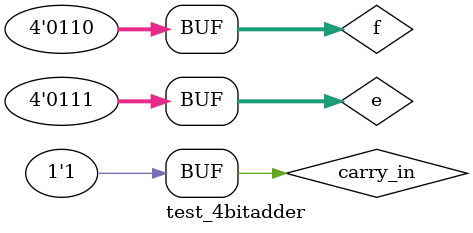
<source format=v>
`timescale 1ns / 1ps


module test_4bitadder;

	// Inputs
	reg [3:0] e;
	reg [3:0] f;
	reg carry_in;

	// Outputs
	wire [3:0] sum;
	wire carry_out;

	// Instantiate the Unit Under Test (UUT)
	fourbitadder uut (
		.e(e), 
		.f(f), 
		.carry_in(carry_in), 
		.sum(sum), 
		.carry_out(carry_out)
	);

	initial begin
		// Initialize Inputs
		e = 7;
		f = 6;
		carry_in = 1;

		// Wait 100 ns for global reset to finish
		#100;
        
		// Add stimulus here

	end
      
endmodule


</source>
